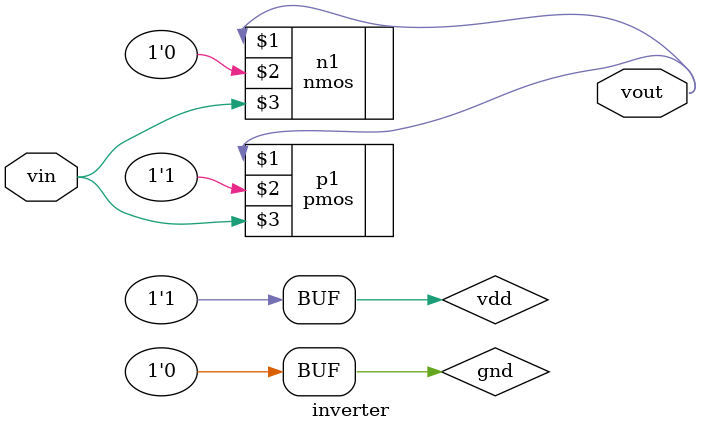
<source format=v>
`timescale 1ns / 1ps


module inverter(
    input vin,
    output vout
    );
    
    supply0 gnd;
    supply1 vdd;
    
    pmos p1(vout,vdd,vin);
    nmos n1(vout,gnd,vin);
endmodule

</source>
